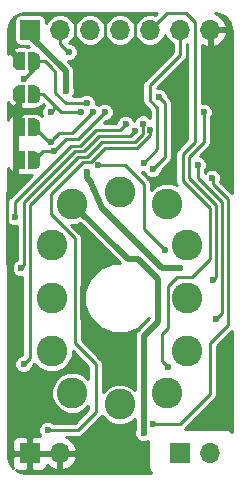
<source format=gbl>
G04 #@! TF.GenerationSoftware,KiCad,Pcbnew,(5.0.2)-1*
G04 #@! TF.CreationDate,2018-12-23T17:42:09+09:00*
G04 #@! TF.ProjectId,Nixie_Module_IN-12,4e697869-655f-44d6-9f64-756c655f494e,rev?*
G04 #@! TF.SameCoordinates,Original*
G04 #@! TF.FileFunction,Copper,L2,Bot*
G04 #@! TF.FilePolarity,Positive*
%FSLAX46Y46*%
G04 Gerber Fmt 4.6, Leading zero omitted, Abs format (unit mm)*
G04 Created by KiCad (PCBNEW (5.0.2)-1) date 2018/12/23 17:42:09*
%MOMM*%
%LPD*%
G01*
G04 APERTURE LIST*
G04 #@! TA.AperFunction,ComponentPad*
%ADD10C,2.600000*%
G04 #@! TD*
G04 #@! TA.AperFunction,ComponentPad*
%ADD11R,1.700000X1.700000*%
G04 #@! TD*
G04 #@! TA.AperFunction,ComponentPad*
%ADD12O,1.700000X1.700000*%
G04 #@! TD*
G04 #@! TA.AperFunction,SMDPad,CuDef*
%ADD13C,0.500000*%
G04 #@! TD*
G04 #@! TA.AperFunction,Conductor*
%ADD14C,0.100000*%
G04 #@! TD*
G04 #@! TA.AperFunction,ViaPad*
%ADD15C,0.600000*%
G04 #@! TD*
G04 #@! TA.AperFunction,Conductor*
%ADD16C,0.500000*%
G04 #@! TD*
G04 #@! TA.AperFunction,Conductor*
%ADD17C,0.250000*%
G04 #@! TD*
G04 #@! TA.AperFunction,Conductor*
%ADD18C,0.254000*%
G04 #@! TD*
G04 APERTURE END LIST*
D10*
G04 #@! TO.P,U2,12*
G04 #@! TO.N,/NIX_DP*
X79248000Y-77868000D03*
G04 #@! TO.P,U2,11*
G04 #@! TO.N,/NIX_0*
X83248000Y-78868000D03*
G04 #@! TO.P,U2,10*
G04 #@! TO.N,/NIX_9*
X84998000Y-82368000D03*
G04 #@! TO.P,U2,9*
G04 #@! TO.N,/NIX_8*
X84998000Y-86868000D03*
G04 #@! TO.P,U2,8*
G04 #@! TO.N,/NIX_7*
X84998000Y-91368000D03*
G04 #@! TO.P,U2,7*
G04 #@! TO.N,/NIX_6*
X83248000Y-94868000D03*
G04 #@! TO.P,U2,6*
G04 #@! TO.N,/NIX_5*
X79248000Y-95868000D03*
G04 #@! TO.P,U2,5*
G04 #@! TO.N,/NIX_4*
X75248000Y-94868000D03*
G04 #@! TO.P,U2,4*
G04 #@! TO.N,/NIX_3*
X73498000Y-91368000D03*
G04 #@! TO.P,U2,3*
G04 #@! TO.N,/NIX_2*
X73498000Y-86868000D03*
G04 #@! TO.P,U2,2*
G04 #@! TO.N,/NIX_1*
X73498000Y-82368000D03*
G04 #@! TO.P,U2,1*
G04 #@! TO.N,Net-(R1-Pad2)*
X75248000Y-78868000D03*
G04 #@! TD*
D11*
G04 #@! TO.P,J4,1*
G04 #@! TO.N,GND*
X71628000Y-100012500D03*
D12*
G04 #@! TO.P,J4,2*
X74168000Y-100012500D03*
G04 #@! TD*
D11*
G04 #@! TO.P,J3,1*
G04 #@! TO.N,+HV*
X84328000Y-100012500D03*
D12*
G04 #@! TO.P,J3,2*
X86868000Y-100012500D03*
G04 #@! TD*
D11*
G04 #@! TO.P,J1,1*
G04 #@! TO.N,+5V*
X71678800Y-64160400D03*
D12*
G04 #@! TO.P,J1,2*
G04 #@! TO.N,/I2C_SDA*
X74218800Y-64160400D03*
G04 #@! TO.P,J1,3*
G04 #@! TO.N,/I2C_SCL*
X76758800Y-64160400D03*
G04 #@! TO.P,J1,4*
G04 #@! TO.N,/#OE*
X79298800Y-64160400D03*
G04 #@! TO.P,J1,5*
G04 #@! TO.N,/LED_DIN*
X81838800Y-64160400D03*
G04 #@! TO.P,J1,6*
G04 #@! TO.N,/LED_DOUT*
X84378800Y-64160400D03*
G04 #@! TO.P,J1,7*
G04 #@! TO.N,GND*
X86918800Y-64160400D03*
G04 #@! TD*
D13*
G04 #@! TO.P,JP1,2*
G04 #@! TO.N,GND*
X70724000Y-66802000D03*
D14*
G04 #@! TD*
G04 #@! TO.N,GND*
G04 #@! TO.C,JP1*
G36*
X70724000Y-67551398D02*
X70699466Y-67551398D01*
X70650635Y-67546588D01*
X70602510Y-67537016D01*
X70555555Y-67522772D01*
X70510222Y-67503995D01*
X70466949Y-67480864D01*
X70426150Y-67453604D01*
X70388221Y-67422476D01*
X70353524Y-67387779D01*
X70322396Y-67349850D01*
X70295136Y-67309051D01*
X70272005Y-67265778D01*
X70253228Y-67220445D01*
X70238984Y-67173490D01*
X70229412Y-67125365D01*
X70224602Y-67076534D01*
X70224602Y-67052000D01*
X70224000Y-67052000D01*
X70224000Y-66552000D01*
X70224602Y-66552000D01*
X70224602Y-66527466D01*
X70229412Y-66478635D01*
X70238984Y-66430510D01*
X70253228Y-66383555D01*
X70272005Y-66338222D01*
X70295136Y-66294949D01*
X70322396Y-66254150D01*
X70353524Y-66216221D01*
X70388221Y-66181524D01*
X70426150Y-66150396D01*
X70466949Y-66123136D01*
X70510222Y-66100005D01*
X70555555Y-66081228D01*
X70602510Y-66066984D01*
X70650635Y-66057412D01*
X70699466Y-66052602D01*
X70724000Y-66052602D01*
X70724000Y-66052000D01*
X71224000Y-66052000D01*
X71224000Y-67552000D01*
X70724000Y-67552000D01*
X70724000Y-67551398D01*
X70724000Y-67551398D01*
G37*
D13*
G04 #@! TO.P,JP1,1*
G04 #@! TO.N,/ADDR_0*
X72024000Y-66802000D03*
D14*
G04 #@! TD*
G04 #@! TO.N,/ADDR_0*
G04 #@! TO.C,JP1*
G36*
X71524000Y-66052000D02*
X72024000Y-66052000D01*
X72024000Y-66052602D01*
X72048534Y-66052602D01*
X72097365Y-66057412D01*
X72145490Y-66066984D01*
X72192445Y-66081228D01*
X72237778Y-66100005D01*
X72281051Y-66123136D01*
X72321850Y-66150396D01*
X72359779Y-66181524D01*
X72394476Y-66216221D01*
X72425604Y-66254150D01*
X72452864Y-66294949D01*
X72475995Y-66338222D01*
X72494772Y-66383555D01*
X72509016Y-66430510D01*
X72518588Y-66478635D01*
X72523398Y-66527466D01*
X72523398Y-66552000D01*
X72524000Y-66552000D01*
X72524000Y-67052000D01*
X72523398Y-67052000D01*
X72523398Y-67076534D01*
X72518588Y-67125365D01*
X72509016Y-67173490D01*
X72494772Y-67220445D01*
X72475995Y-67265778D01*
X72452864Y-67309051D01*
X72425604Y-67349850D01*
X72394476Y-67387779D01*
X72359779Y-67422476D01*
X72321850Y-67453604D01*
X72281051Y-67480864D01*
X72237778Y-67503995D01*
X72192445Y-67522772D01*
X72145490Y-67537016D01*
X72097365Y-67546588D01*
X72048534Y-67551398D01*
X72024000Y-67551398D01*
X72024000Y-67552000D01*
X71524000Y-67552000D01*
X71524000Y-66052000D01*
X71524000Y-66052000D01*
G37*
D13*
G04 #@! TO.P,JP2,1*
G04 #@! TO.N,/ADDR_1*
X72024000Y-69596000D03*
D14*
G04 #@! TD*
G04 #@! TO.N,/ADDR_1*
G04 #@! TO.C,JP2*
G36*
X71524000Y-68846000D02*
X72024000Y-68846000D01*
X72024000Y-68846602D01*
X72048534Y-68846602D01*
X72097365Y-68851412D01*
X72145490Y-68860984D01*
X72192445Y-68875228D01*
X72237778Y-68894005D01*
X72281051Y-68917136D01*
X72321850Y-68944396D01*
X72359779Y-68975524D01*
X72394476Y-69010221D01*
X72425604Y-69048150D01*
X72452864Y-69088949D01*
X72475995Y-69132222D01*
X72494772Y-69177555D01*
X72509016Y-69224510D01*
X72518588Y-69272635D01*
X72523398Y-69321466D01*
X72523398Y-69346000D01*
X72524000Y-69346000D01*
X72524000Y-69846000D01*
X72523398Y-69846000D01*
X72523398Y-69870534D01*
X72518588Y-69919365D01*
X72509016Y-69967490D01*
X72494772Y-70014445D01*
X72475995Y-70059778D01*
X72452864Y-70103051D01*
X72425604Y-70143850D01*
X72394476Y-70181779D01*
X72359779Y-70216476D01*
X72321850Y-70247604D01*
X72281051Y-70274864D01*
X72237778Y-70297995D01*
X72192445Y-70316772D01*
X72145490Y-70331016D01*
X72097365Y-70340588D01*
X72048534Y-70345398D01*
X72024000Y-70345398D01*
X72024000Y-70346000D01*
X71524000Y-70346000D01*
X71524000Y-68846000D01*
X71524000Y-68846000D01*
G37*
D13*
G04 #@! TO.P,JP2,2*
G04 #@! TO.N,GND*
X70724000Y-69596000D03*
D14*
G04 #@! TD*
G04 #@! TO.N,GND*
G04 #@! TO.C,JP2*
G36*
X70724000Y-70345398D02*
X70699466Y-70345398D01*
X70650635Y-70340588D01*
X70602510Y-70331016D01*
X70555555Y-70316772D01*
X70510222Y-70297995D01*
X70466949Y-70274864D01*
X70426150Y-70247604D01*
X70388221Y-70216476D01*
X70353524Y-70181779D01*
X70322396Y-70143850D01*
X70295136Y-70103051D01*
X70272005Y-70059778D01*
X70253228Y-70014445D01*
X70238984Y-69967490D01*
X70229412Y-69919365D01*
X70224602Y-69870534D01*
X70224602Y-69846000D01*
X70224000Y-69846000D01*
X70224000Y-69346000D01*
X70224602Y-69346000D01*
X70224602Y-69321466D01*
X70229412Y-69272635D01*
X70238984Y-69224510D01*
X70253228Y-69177555D01*
X70272005Y-69132222D01*
X70295136Y-69088949D01*
X70322396Y-69048150D01*
X70353524Y-69010221D01*
X70388221Y-68975524D01*
X70426150Y-68944396D01*
X70466949Y-68917136D01*
X70510222Y-68894005D01*
X70555555Y-68875228D01*
X70602510Y-68860984D01*
X70650635Y-68851412D01*
X70699466Y-68846602D01*
X70724000Y-68846602D01*
X70724000Y-68846000D01*
X71224000Y-68846000D01*
X71224000Y-70346000D01*
X70724000Y-70346000D01*
X70724000Y-70345398D01*
X70724000Y-70345398D01*
G37*
D13*
G04 #@! TO.P,JP4,2*
G04 #@! TO.N,GND*
X70724000Y-75184000D03*
D14*
G04 #@! TD*
G04 #@! TO.N,GND*
G04 #@! TO.C,JP4*
G36*
X70724000Y-75933398D02*
X70699466Y-75933398D01*
X70650635Y-75928588D01*
X70602510Y-75919016D01*
X70555555Y-75904772D01*
X70510222Y-75885995D01*
X70466949Y-75862864D01*
X70426150Y-75835604D01*
X70388221Y-75804476D01*
X70353524Y-75769779D01*
X70322396Y-75731850D01*
X70295136Y-75691051D01*
X70272005Y-75647778D01*
X70253228Y-75602445D01*
X70238984Y-75555490D01*
X70229412Y-75507365D01*
X70224602Y-75458534D01*
X70224602Y-75434000D01*
X70224000Y-75434000D01*
X70224000Y-74934000D01*
X70224602Y-74934000D01*
X70224602Y-74909466D01*
X70229412Y-74860635D01*
X70238984Y-74812510D01*
X70253228Y-74765555D01*
X70272005Y-74720222D01*
X70295136Y-74676949D01*
X70322396Y-74636150D01*
X70353524Y-74598221D01*
X70388221Y-74563524D01*
X70426150Y-74532396D01*
X70466949Y-74505136D01*
X70510222Y-74482005D01*
X70555555Y-74463228D01*
X70602510Y-74448984D01*
X70650635Y-74439412D01*
X70699466Y-74434602D01*
X70724000Y-74434602D01*
X70724000Y-74434000D01*
X71224000Y-74434000D01*
X71224000Y-75934000D01*
X70724000Y-75934000D01*
X70724000Y-75933398D01*
X70724000Y-75933398D01*
G37*
D13*
G04 #@! TO.P,JP4,1*
G04 #@! TO.N,/ADDR_3*
X72024000Y-75184000D03*
D14*
G04 #@! TD*
G04 #@! TO.N,/ADDR_3*
G04 #@! TO.C,JP4*
G36*
X71524000Y-74434000D02*
X72024000Y-74434000D01*
X72024000Y-74434602D01*
X72048534Y-74434602D01*
X72097365Y-74439412D01*
X72145490Y-74448984D01*
X72192445Y-74463228D01*
X72237778Y-74482005D01*
X72281051Y-74505136D01*
X72321850Y-74532396D01*
X72359779Y-74563524D01*
X72394476Y-74598221D01*
X72425604Y-74636150D01*
X72452864Y-74676949D01*
X72475995Y-74720222D01*
X72494772Y-74765555D01*
X72509016Y-74812510D01*
X72518588Y-74860635D01*
X72523398Y-74909466D01*
X72523398Y-74934000D01*
X72524000Y-74934000D01*
X72524000Y-75434000D01*
X72523398Y-75434000D01*
X72523398Y-75458534D01*
X72518588Y-75507365D01*
X72509016Y-75555490D01*
X72494772Y-75602445D01*
X72475995Y-75647778D01*
X72452864Y-75691051D01*
X72425604Y-75731850D01*
X72394476Y-75769779D01*
X72359779Y-75804476D01*
X72321850Y-75835604D01*
X72281051Y-75862864D01*
X72237778Y-75885995D01*
X72192445Y-75904772D01*
X72145490Y-75919016D01*
X72097365Y-75928588D01*
X72048534Y-75933398D01*
X72024000Y-75933398D01*
X72024000Y-75934000D01*
X71524000Y-75934000D01*
X71524000Y-74434000D01*
X71524000Y-74434000D01*
G37*
D13*
G04 #@! TO.P,JP3,1*
G04 #@! TO.N,/ADDR_2*
X72024000Y-72390000D03*
D14*
G04 #@! TD*
G04 #@! TO.N,/ADDR_2*
G04 #@! TO.C,JP3*
G36*
X71524000Y-71640000D02*
X72024000Y-71640000D01*
X72024000Y-71640602D01*
X72048534Y-71640602D01*
X72097365Y-71645412D01*
X72145490Y-71654984D01*
X72192445Y-71669228D01*
X72237778Y-71688005D01*
X72281051Y-71711136D01*
X72321850Y-71738396D01*
X72359779Y-71769524D01*
X72394476Y-71804221D01*
X72425604Y-71842150D01*
X72452864Y-71882949D01*
X72475995Y-71926222D01*
X72494772Y-71971555D01*
X72509016Y-72018510D01*
X72518588Y-72066635D01*
X72523398Y-72115466D01*
X72523398Y-72140000D01*
X72524000Y-72140000D01*
X72524000Y-72640000D01*
X72523398Y-72640000D01*
X72523398Y-72664534D01*
X72518588Y-72713365D01*
X72509016Y-72761490D01*
X72494772Y-72808445D01*
X72475995Y-72853778D01*
X72452864Y-72897051D01*
X72425604Y-72937850D01*
X72394476Y-72975779D01*
X72359779Y-73010476D01*
X72321850Y-73041604D01*
X72281051Y-73068864D01*
X72237778Y-73091995D01*
X72192445Y-73110772D01*
X72145490Y-73125016D01*
X72097365Y-73134588D01*
X72048534Y-73139398D01*
X72024000Y-73139398D01*
X72024000Y-73140000D01*
X71524000Y-73140000D01*
X71524000Y-71640000D01*
X71524000Y-71640000D01*
G37*
D13*
G04 #@! TO.P,JP3,2*
G04 #@! TO.N,GND*
X70724000Y-72390000D03*
D14*
G04 #@! TD*
G04 #@! TO.N,GND*
G04 #@! TO.C,JP3*
G36*
X70724000Y-73139398D02*
X70699466Y-73139398D01*
X70650635Y-73134588D01*
X70602510Y-73125016D01*
X70555555Y-73110772D01*
X70510222Y-73091995D01*
X70466949Y-73068864D01*
X70426150Y-73041604D01*
X70388221Y-73010476D01*
X70353524Y-72975779D01*
X70322396Y-72937850D01*
X70295136Y-72897051D01*
X70272005Y-72853778D01*
X70253228Y-72808445D01*
X70238984Y-72761490D01*
X70229412Y-72713365D01*
X70224602Y-72664534D01*
X70224602Y-72640000D01*
X70224000Y-72640000D01*
X70224000Y-72140000D01*
X70224602Y-72140000D01*
X70224602Y-72115466D01*
X70229412Y-72066635D01*
X70238984Y-72018510D01*
X70253228Y-71971555D01*
X70272005Y-71926222D01*
X70295136Y-71882949D01*
X70322396Y-71842150D01*
X70353524Y-71804221D01*
X70388221Y-71769524D01*
X70426150Y-71738396D01*
X70466949Y-71711136D01*
X70510222Y-71688005D01*
X70555555Y-71669228D01*
X70602510Y-71654984D01*
X70650635Y-71645412D01*
X70699466Y-71640602D01*
X70724000Y-71640602D01*
X70724000Y-71640000D01*
X71224000Y-71640000D01*
X71224000Y-73140000D01*
X70724000Y-73140000D01*
X70724000Y-73139398D01*
X70724000Y-73139398D01*
G37*
D15*
G04 #@! TO.N,+5V*
X84328000Y-84328000D03*
X74676000Y-69342000D03*
X76454000Y-76200000D03*
G04 #@! TO.N,GND*
X70104000Y-64516000D03*
X70866000Y-89408000D03*
X70065997Y-84328000D03*
X70104000Y-77470000D03*
X83820000Y-72644000D03*
X75438000Y-62992000D03*
X80518000Y-62992000D03*
X77978000Y-62992000D03*
X82804010Y-76708000D03*
X88392000Y-96520000D03*
X88392000Y-93472000D03*
X86868000Y-75692000D03*
X78232000Y-83566000D03*
X71120000Y-71120000D03*
X79248000Y-91948000D03*
X73152000Y-93980000D03*
X70104000Y-91694000D03*
X80010000Y-100838000D03*
X79248000Y-90424000D03*
X79248000Y-93273002D03*
X76454000Y-89916000D03*
X87884000Y-72644000D03*
X88646000Y-90170000D03*
X84582000Y-67310000D03*
X79756000Y-67056000D03*
X77470000Y-70358000D03*
X77978000Y-66040010D03*
X83820000Y-76962000D03*
X79248000Y-71120000D03*
X79248000Y-98298000D03*
X79756000Y-99314000D03*
G04 #@! TO.N,/I2C_SDA*
X74930000Y-66040000D03*
G04 #@! TO.N,/NIX_6_G*
X82042000Y-97536000D03*
X87083988Y-76708000D03*
G04 #@! TO.N,/NIX_2_G*
X70358000Y-80010000D03*
X79756008Y-72136000D03*
G04 #@! TO.N,/NIX_7_G*
X85852000Y-75574990D03*
X87376000Y-88646000D03*
G04 #@! TO.N,/NIX_3_G*
X70866000Y-84328000D03*
X80575694Y-72701694D03*
G04 #@! TO.N,/NIX_8_G*
X87126000Y-85344000D03*
X86360000Y-71120000D03*
G04 #@! TO.N,/NIX_4_G*
X81222313Y-72078313D03*
X71120000Y-92456000D03*
G04 #@! TO.N,/NIX_5_G*
X81825705Y-72644000D03*
X73152000Y-98044000D03*
G04 #@! TO.N,/NIX_0_G*
X83058000Y-82804000D03*
X77409051Y-75631051D03*
G04 #@! TO.N,Net-(R1-Pad2)*
X81280014Y-98298000D03*
G04 #@! TO.N,/ADDR_0*
X76454000Y-70358000D03*
X71120000Y-68326000D03*
G04 #@! TO.N,/ADDR_1*
X75946000Y-71120000D03*
X73406000Y-71120000D03*
G04 #@! TO.N,/ADDR_2*
X76962000Y-71120000D03*
X73406000Y-73621987D03*
G04 #@! TO.N,/ADDR_3*
X77978000Y-71120000D03*
X73659988Y-74422000D03*
G04 #@! TO.N,/LED_DIN*
X83312000Y-92710000D03*
G04 #@! TO.N,/LED_DOUT*
X81280000Y-75438000D03*
G04 #@! TO.N,/NIX_DP_G*
X82550000Y-69850000D03*
X82042000Y-75946000D03*
G04 #@! TD*
D16*
G04 #@! TO.N,+5V*
X71678800Y-64660804D02*
X74676000Y-67658004D01*
X74676000Y-67658004D02*
X74676000Y-68917736D01*
X71678800Y-64566800D02*
X71678800Y-64660804D01*
X74676000Y-68917736D02*
X74676000Y-69342000D01*
X84328000Y-84328000D02*
X82804000Y-84328000D01*
X82804000Y-84328000D02*
X77724000Y-79248000D01*
X77724000Y-79248000D02*
X76708000Y-76962000D01*
X76454000Y-76708000D02*
X76454000Y-76624264D01*
X76708000Y-76962000D02*
X76454000Y-76708000D01*
X76454000Y-76624264D02*
X76454000Y-76200000D01*
D17*
G04 #@! TO.N,GND*
X70470000Y-76312000D02*
X70470000Y-75692000D01*
X87122000Y-74168000D02*
X86360000Y-74930000D01*
X87122000Y-65565681D02*
X87122000Y-74168000D01*
X86918800Y-64160400D02*
X86918800Y-65362481D01*
X86918800Y-65362481D02*
X87122000Y-65565681D01*
X70866000Y-88983736D02*
X70104000Y-88221736D01*
X70866000Y-89408000D02*
X70866000Y-88983736D01*
X70104000Y-88221736D02*
X70104000Y-84366003D01*
X70104000Y-84366003D02*
X70065997Y-84328000D01*
X69732999Y-83995002D02*
X69732999Y-77841001D01*
X70065997Y-84328000D02*
X69732999Y-83995002D01*
X69732999Y-77841001D02*
X70104000Y-77470000D01*
X83820000Y-72644000D02*
X84119999Y-72943999D01*
X84119999Y-72943999D02*
X84582000Y-73406000D01*
X84582000Y-73406000D02*
X84836000Y-73406000D01*
D16*
X70470000Y-77104000D02*
X70104000Y-77470000D01*
X70470000Y-75692000D02*
X70470000Y-77104000D01*
D17*
X80518000Y-62992000D02*
X80518000Y-66548000D01*
X77978000Y-62992000D02*
X77978000Y-66472000D01*
X80518000Y-66548000D02*
X80518000Y-69596000D01*
X80518000Y-69596000D02*
X78994000Y-69596000D01*
X83820000Y-72644000D02*
X83820000Y-75692010D01*
X83820000Y-75692010D02*
X83104009Y-76408001D01*
X83104009Y-76408001D02*
X82804010Y-76708000D01*
X88392000Y-96520000D02*
X88392000Y-95504000D01*
D16*
X70612000Y-66548000D02*
X70470000Y-66690000D01*
X70104000Y-64516000D02*
X70104000Y-66040000D01*
X70104000Y-66040000D02*
X70612000Y-66548000D01*
X70724000Y-70500000D02*
X70724000Y-69596000D01*
X70820001Y-70820001D02*
X70612000Y-70612000D01*
X71120000Y-71120000D02*
X70820001Y-70820001D01*
X70470000Y-70754000D02*
X70612000Y-70612000D01*
X70612000Y-70612000D02*
X70724000Y-70500000D01*
X70470000Y-71345736D02*
X70470000Y-71374000D01*
X70695736Y-71120000D02*
X70470000Y-71345736D01*
X71120000Y-71120000D02*
X70695736Y-71120000D01*
X70470000Y-75692000D02*
X70470000Y-71374000D01*
X70470000Y-71374000D02*
X70470000Y-70754000D01*
D17*
X78948001Y-91648001D02*
X79248000Y-91948000D01*
X78232000Y-83566000D02*
X75946000Y-85852000D01*
X75946000Y-85852000D02*
X75946000Y-88646000D01*
X75946000Y-88646000D02*
X78948001Y-91648001D01*
X88392000Y-95504000D02*
X88392000Y-93472000D01*
X79756000Y-67056000D02*
X79580555Y-67231445D01*
X77902000Y-66548000D02*
X79248000Y-66548000D01*
X80518000Y-66548000D02*
X80264000Y-66548000D01*
X80264000Y-66548000D02*
X79756000Y-67056000D01*
X79580555Y-67231445D02*
X79483421Y-67231445D01*
X79248000Y-66548000D02*
X79756000Y-67056000D01*
X75438000Y-63416264D02*
X75438000Y-62992000D01*
X75438000Y-64770000D02*
X75438000Y-63416264D01*
X77902000Y-66548000D02*
X77216000Y-66548000D01*
X77216000Y-66548000D02*
X75438000Y-64770000D01*
X77769999Y-70058001D02*
X77470000Y-70358000D01*
X78232000Y-69596000D02*
X77769999Y-70058001D01*
X78994000Y-69596000D02*
X78232000Y-69596000D01*
X77902000Y-66548000D02*
X77978000Y-66472000D01*
X77978000Y-66472000D02*
X77978000Y-66040010D01*
X70724000Y-71516000D02*
X71120000Y-71120000D01*
X70724000Y-72390000D02*
X70724000Y-71516000D01*
X78994000Y-70866000D02*
X79248000Y-71120000D01*
X78994000Y-69596000D02*
X78994000Y-70866000D01*
G04 #@! TO.N,/I2C_SDA*
X74218800Y-65362481D02*
X74896319Y-66040000D01*
X74218800Y-64160400D02*
X74218800Y-65362481D01*
X74896319Y-66040000D02*
X74930000Y-66040000D01*
G04 #@! TO.N,/NIX_6_G*
X82042000Y-97536000D02*
X84328000Y-97536000D01*
X88392000Y-89154000D02*
X88392000Y-78486000D01*
X88392000Y-78486000D02*
X87122000Y-77216000D01*
X87122000Y-76708000D02*
X87083988Y-76708000D01*
X84328000Y-97536000D02*
X86868000Y-94996000D01*
X86868000Y-90678000D02*
X88392000Y-89154000D01*
X87122000Y-77216000D02*
X87122000Y-76708000D01*
X86868000Y-94996000D02*
X86868000Y-90678000D01*
G04 #@! TO.N,/NIX_2_G*
X79248008Y-72644000D02*
X79756008Y-72136000D01*
X77216000Y-72644000D02*
X79248008Y-72644000D01*
X75889035Y-73970965D02*
X77216000Y-72644000D01*
X75127035Y-73970965D02*
X75889035Y-73970965D01*
X70358000Y-80010000D02*
X70358000Y-78740000D01*
X70358000Y-78740000D02*
X75127035Y-73970965D01*
G04 #@! TO.N,/NIX_7_G*
X85852000Y-75574990D02*
X85852000Y-76708000D01*
X87884000Y-88138000D02*
X87675999Y-88346001D01*
X87675999Y-88346001D02*
X87376000Y-88646000D01*
X87884000Y-78740000D02*
X87884000Y-88138000D01*
X85852000Y-76708000D02*
X87884000Y-78740000D01*
G04 #@! TO.N,/NIX_3_G*
X71165999Y-78694001D02*
X75439024Y-74420976D01*
X77470000Y-73152000D02*
X80125388Y-73152000D01*
X80125388Y-73152000D02*
X80275695Y-73001693D01*
X70866000Y-84328000D02*
X71165999Y-84028001D01*
X80275695Y-73001693D02*
X80575694Y-72701694D01*
X76201024Y-74420976D02*
X77470000Y-73152000D01*
X75439024Y-74420976D02*
X76201024Y-74420976D01*
X71165999Y-84028001D02*
X71165999Y-78694001D01*
G04 #@! TO.N,/NIX_8_G*
X86360000Y-71544264D02*
X86360000Y-71120000D01*
X87376000Y-85094000D02*
X87376000Y-78994000D01*
X87126000Y-85344000D02*
X87376000Y-85094000D01*
X87376000Y-78994000D02*
X85090000Y-76708000D01*
X85090000Y-76708000D02*
X85090000Y-74930000D01*
X85090000Y-74930000D02*
X86360000Y-73660000D01*
X86360000Y-73660000D02*
X86360000Y-71544264D01*
G04 #@! TO.N,/NIX_4_G*
X81200696Y-73001696D02*
X80542392Y-73660000D01*
X71628000Y-78994000D02*
X71628000Y-91948000D01*
X76513013Y-74870987D02*
X75751013Y-74870987D01*
X71419999Y-92156001D02*
X71120000Y-92456000D01*
X80542392Y-73660000D02*
X77724000Y-73660000D01*
X75751013Y-74870987D02*
X71628000Y-78994000D01*
X81222313Y-72078313D02*
X81200696Y-72099930D01*
X77724000Y-73660000D02*
X76513013Y-74870987D01*
X71628000Y-91948000D02*
X71419999Y-92156001D01*
X81200696Y-72099930D02*
X81200696Y-73001696D01*
G04 #@! TO.N,/NIX_5_G*
X75692000Y-98044000D02*
X77216000Y-96520000D01*
X77216000Y-92456000D02*
X75438000Y-90678000D01*
X77978000Y-74168000D02*
X80725969Y-74168000D01*
X73406000Y-78068996D02*
X76153998Y-75320998D01*
X75438000Y-90678000D02*
X75438000Y-81788000D01*
X81825705Y-73068264D02*
X81825705Y-72644000D01*
X80725969Y-74168000D02*
X81825705Y-73068264D01*
X75438000Y-81788000D02*
X73406000Y-79756000D01*
X77216000Y-96520000D02*
X77216000Y-92456000D01*
X76825002Y-75320998D02*
X77978000Y-74168000D01*
X76153998Y-75320998D02*
X76825002Y-75320998D01*
X73406000Y-79756000D02*
X73406000Y-78068996D01*
X73152000Y-98044000D02*
X75692000Y-98044000D01*
G04 #@! TO.N,/NIX_0_G*
X79695051Y-75631051D02*
X77833315Y-75631051D01*
X83058000Y-82804000D02*
X81280000Y-81026000D01*
X77833315Y-75631051D02*
X77409051Y-75631051D01*
X81280000Y-77216000D02*
X79695051Y-75631051D01*
X81280000Y-81026000D02*
X81280000Y-77216000D01*
D16*
G04 #@! TO.N,Net-(R1-Pad2)*
X81280014Y-97873736D02*
X81280014Y-98298000D01*
X79946000Y-83566000D02*
X80772000Y-83566000D01*
X75248000Y-78868000D02*
X79946000Y-83566000D01*
X80772000Y-83566000D02*
X82482989Y-85276989D01*
X82482989Y-85276989D02*
X82482989Y-88884181D01*
X82482989Y-88884181D02*
X81280014Y-90087156D01*
X81280014Y-90087156D02*
X81280014Y-97873736D01*
D17*
G04 #@! TO.N,/ADDR_0*
X74676000Y-70358000D02*
X76454000Y-70358000D01*
X73800991Y-69482991D02*
X74676000Y-70358000D01*
X73800991Y-67704991D02*
X73800991Y-69482991D01*
X72024000Y-66802000D02*
X72898000Y-66802000D01*
X73406000Y-67310000D02*
X73800991Y-67704991D01*
X72898000Y-66802000D02*
X73406000Y-67310000D01*
X72024000Y-67422000D02*
X72024000Y-66802000D01*
X71628000Y-67818000D02*
X71628000Y-67564000D01*
X71628000Y-67818000D02*
X72024000Y-67422000D01*
X71120000Y-68326000D02*
X71628000Y-67818000D01*
G04 #@! TO.N,/ADDR_1*
X75521736Y-71120000D02*
X75946000Y-71120000D01*
X72024000Y-69596000D02*
X72769590Y-69596000D01*
X74293590Y-71120000D02*
X75521736Y-71120000D01*
X72769590Y-69596000D02*
X73406000Y-70232410D01*
X73705999Y-70691591D02*
X73785590Y-70612000D01*
X73705999Y-70820001D02*
X73705999Y-70691591D01*
X73406000Y-71120000D02*
X73705999Y-70820001D01*
X73406000Y-70232410D02*
X73785590Y-70612000D01*
X73785590Y-70612000D02*
X74293590Y-71120000D01*
G04 #@! TO.N,/ADDR_2*
X75184000Y-72898000D02*
X74129987Y-72898000D01*
X73705999Y-73321988D02*
X73406000Y-73621987D01*
X76962000Y-71120000D02*
X75184000Y-72898000D01*
X74129987Y-72898000D02*
X73705999Y-73321988D01*
X73255987Y-73621987D02*
X73406000Y-73621987D01*
X72024000Y-72390000D02*
X73255987Y-73621987D01*
G04 #@! TO.N,/ADDR_3*
X74675988Y-73406000D02*
X73959987Y-74122001D01*
X73959987Y-74122001D02*
X73659988Y-74422000D01*
X72786000Y-74422000D02*
X73235724Y-74422000D01*
X75692000Y-73406000D02*
X74675988Y-73406000D01*
X72024000Y-75184000D02*
X72786000Y-74422000D01*
X77978000Y-71120000D02*
X75692000Y-73406000D01*
X73235724Y-74422000D02*
X73659988Y-74422000D01*
G04 #@! TO.N,/LED_DIN*
X82804000Y-89916000D02*
X82804000Y-92202000D01*
X83312000Y-85852000D02*
X83312000Y-89408000D01*
X85344000Y-85090000D02*
X84074000Y-85090000D01*
X86868000Y-83566000D02*
X85344000Y-85090000D01*
X84582000Y-76962000D02*
X86868000Y-79248000D01*
X83261200Y-62738000D02*
X84836000Y-62738000D01*
X81838800Y-64160400D02*
X83261200Y-62738000D01*
X84836000Y-62738000D02*
X85598000Y-63500000D01*
X85598000Y-63500000D02*
X85598000Y-73660000D01*
X83312000Y-89408000D02*
X82804000Y-89916000D01*
X86868000Y-79248000D02*
X86868000Y-83566000D01*
X85598000Y-73660000D02*
X84582000Y-74676000D01*
X82804000Y-92202000D02*
X83312000Y-92710000D01*
X84074000Y-85090000D02*
X83312000Y-85852000D01*
X84582000Y-74676000D02*
X84582000Y-76962000D01*
G04 #@! TO.N,/LED_DOUT*
X84378800Y-66243200D02*
X84378800Y-64160400D01*
X81788000Y-68834000D02*
X84378800Y-66243200D01*
X81788000Y-70104000D02*
X81788000Y-68834000D01*
X82450706Y-70766706D02*
X81788000Y-70104000D01*
X81280000Y-75438000D02*
X82450706Y-74267294D01*
X82450706Y-74267294D02*
X82450706Y-70766706D01*
G04 #@! TO.N,/NIX_DP_G*
X83058000Y-74930000D02*
X82341999Y-75646001D01*
X82341999Y-75646001D02*
X82042000Y-75946000D01*
X82550000Y-69850000D02*
X83058000Y-70358000D01*
X83058000Y-70358000D02*
X83058000Y-74930000D01*
G04 #@! TD*
D18*
G04 #@! TO.N,GND*
G36*
X69917865Y-80668709D02*
X70203445Y-80787000D01*
X70512555Y-80787000D01*
X70564000Y-80765691D01*
X70563999Y-83612074D01*
X70425865Y-83669291D01*
X70207291Y-83887865D01*
X70089000Y-84173445D01*
X70089000Y-84482555D01*
X70207291Y-84768135D01*
X70425865Y-84986709D01*
X70711445Y-85105000D01*
X71020555Y-85105000D01*
X71026000Y-85102744D01*
X71026001Y-91679000D01*
X70965445Y-91679000D01*
X70679865Y-91797291D01*
X70461291Y-92015865D01*
X70343000Y-92301445D01*
X70343000Y-92610555D01*
X70461291Y-92896135D01*
X70679865Y-93114709D01*
X70965445Y-93233000D01*
X71274555Y-93233000D01*
X71560135Y-93114709D01*
X71778709Y-92896135D01*
X71897000Y-92610555D01*
X71897000Y-92530356D01*
X72011755Y-92415601D01*
X72024218Y-92407274D01*
X72491411Y-92874467D01*
X73144533Y-93145000D01*
X73851467Y-93145000D01*
X74504589Y-92874467D01*
X75004467Y-92374589D01*
X75275000Y-91721467D01*
X75275000Y-91366356D01*
X76614001Y-92705358D01*
X76614001Y-93720945D01*
X76254589Y-93361533D01*
X75601467Y-93091000D01*
X74894533Y-93091000D01*
X74241411Y-93361533D01*
X73741533Y-93861411D01*
X73471000Y-94514533D01*
X73471000Y-95221467D01*
X73741533Y-95874589D01*
X74241411Y-96374467D01*
X74894533Y-96645000D01*
X75601467Y-96645000D01*
X76254589Y-96374467D01*
X76614000Y-96015056D01*
X76614000Y-96270644D01*
X75442644Y-97442000D01*
X73648844Y-97442000D01*
X73592135Y-97385291D01*
X73306555Y-97267000D01*
X72997445Y-97267000D01*
X72711865Y-97385291D01*
X72493291Y-97603865D01*
X72375000Y-97889445D01*
X72375000Y-98198555D01*
X72493291Y-98484135D01*
X72536656Y-98527500D01*
X71913750Y-98527500D01*
X71755000Y-98686250D01*
X71755000Y-99885500D01*
X74041000Y-99885500D01*
X74041000Y-99865500D01*
X74295000Y-99865500D01*
X74295000Y-99885500D01*
X75488819Y-99885500D01*
X75609486Y-99655608D01*
X75363183Y-99131142D01*
X74934924Y-98740855D01*
X74705909Y-98646000D01*
X75632717Y-98646000D01*
X75692000Y-98657792D01*
X75751283Y-98646000D01*
X75751288Y-98646000D01*
X75926888Y-98611071D01*
X76126017Y-98478017D01*
X76159601Y-98427755D01*
X77599755Y-96987601D01*
X77650017Y-96954017D01*
X77726821Y-96839072D01*
X77741533Y-96874589D01*
X78241411Y-97374467D01*
X78894533Y-97645000D01*
X79601467Y-97645000D01*
X80254589Y-97374467D01*
X80553015Y-97076041D01*
X80553015Y-97802133D01*
X80553014Y-97802138D01*
X80553014Y-98022734D01*
X80503014Y-98143445D01*
X80503014Y-98452555D01*
X80621305Y-98738135D01*
X80839879Y-98956709D01*
X81125459Y-99075000D01*
X81434569Y-99075000D01*
X81661000Y-98981209D01*
X81661000Y-101346000D01*
X81670667Y-101394601D01*
X81698197Y-101435803D01*
X81923394Y-101661000D01*
X71299548Y-101661000D01*
X70850084Y-101596632D01*
X70471287Y-101424403D01*
X70467648Y-101421267D01*
X70651690Y-101497500D01*
X71342250Y-101497500D01*
X71501000Y-101338750D01*
X71501000Y-100139500D01*
X71755000Y-100139500D01*
X71755000Y-101338750D01*
X71913750Y-101497500D01*
X72604310Y-101497500D01*
X72837699Y-101400827D01*
X73016327Y-101222198D01*
X73103136Y-101012622D01*
X73401076Y-101284145D01*
X73811110Y-101453976D01*
X74041000Y-101332655D01*
X74041000Y-100139500D01*
X74295000Y-100139500D01*
X74295000Y-101332655D01*
X74524890Y-101453976D01*
X74934924Y-101284145D01*
X75363183Y-100893858D01*
X75609486Y-100369392D01*
X75488819Y-100139500D01*
X74295000Y-100139500D01*
X74041000Y-100139500D01*
X71755000Y-100139500D01*
X71501000Y-100139500D01*
X70301750Y-100139500D01*
X70143000Y-100298250D01*
X70143000Y-100988809D01*
X70239673Y-101222198D01*
X70258705Y-101241230D01*
X70156054Y-101152780D01*
X69929724Y-100803596D01*
X69805276Y-100387473D01*
X69789000Y-100168444D01*
X69789000Y-99036191D01*
X70143000Y-99036191D01*
X70143000Y-99726750D01*
X70301750Y-99885500D01*
X71501000Y-99885500D01*
X71501000Y-98686250D01*
X71342250Y-98527500D01*
X70651690Y-98527500D01*
X70418301Y-98624173D01*
X70239673Y-98802802D01*
X70143000Y-99036191D01*
X69789000Y-99036191D01*
X69789000Y-80539844D01*
X69917865Y-80668709D01*
X69917865Y-80668709D01*
G37*
X69917865Y-80668709D02*
X70203445Y-80787000D01*
X70512555Y-80787000D01*
X70564000Y-80765691D01*
X70563999Y-83612074D01*
X70425865Y-83669291D01*
X70207291Y-83887865D01*
X70089000Y-84173445D01*
X70089000Y-84482555D01*
X70207291Y-84768135D01*
X70425865Y-84986709D01*
X70711445Y-85105000D01*
X71020555Y-85105000D01*
X71026000Y-85102744D01*
X71026001Y-91679000D01*
X70965445Y-91679000D01*
X70679865Y-91797291D01*
X70461291Y-92015865D01*
X70343000Y-92301445D01*
X70343000Y-92610555D01*
X70461291Y-92896135D01*
X70679865Y-93114709D01*
X70965445Y-93233000D01*
X71274555Y-93233000D01*
X71560135Y-93114709D01*
X71778709Y-92896135D01*
X71897000Y-92610555D01*
X71897000Y-92530356D01*
X72011755Y-92415601D01*
X72024218Y-92407274D01*
X72491411Y-92874467D01*
X73144533Y-93145000D01*
X73851467Y-93145000D01*
X74504589Y-92874467D01*
X75004467Y-92374589D01*
X75275000Y-91721467D01*
X75275000Y-91366356D01*
X76614001Y-92705358D01*
X76614001Y-93720945D01*
X76254589Y-93361533D01*
X75601467Y-93091000D01*
X74894533Y-93091000D01*
X74241411Y-93361533D01*
X73741533Y-93861411D01*
X73471000Y-94514533D01*
X73471000Y-95221467D01*
X73741533Y-95874589D01*
X74241411Y-96374467D01*
X74894533Y-96645000D01*
X75601467Y-96645000D01*
X76254589Y-96374467D01*
X76614000Y-96015056D01*
X76614000Y-96270644D01*
X75442644Y-97442000D01*
X73648844Y-97442000D01*
X73592135Y-97385291D01*
X73306555Y-97267000D01*
X72997445Y-97267000D01*
X72711865Y-97385291D01*
X72493291Y-97603865D01*
X72375000Y-97889445D01*
X72375000Y-98198555D01*
X72493291Y-98484135D01*
X72536656Y-98527500D01*
X71913750Y-98527500D01*
X71755000Y-98686250D01*
X71755000Y-99885500D01*
X74041000Y-99885500D01*
X74041000Y-99865500D01*
X74295000Y-99865500D01*
X74295000Y-99885500D01*
X75488819Y-99885500D01*
X75609486Y-99655608D01*
X75363183Y-99131142D01*
X74934924Y-98740855D01*
X74705909Y-98646000D01*
X75632717Y-98646000D01*
X75692000Y-98657792D01*
X75751283Y-98646000D01*
X75751288Y-98646000D01*
X75926888Y-98611071D01*
X76126017Y-98478017D01*
X76159601Y-98427755D01*
X77599755Y-96987601D01*
X77650017Y-96954017D01*
X77726821Y-96839072D01*
X77741533Y-96874589D01*
X78241411Y-97374467D01*
X78894533Y-97645000D01*
X79601467Y-97645000D01*
X80254589Y-97374467D01*
X80553015Y-97076041D01*
X80553015Y-97802133D01*
X80553014Y-97802138D01*
X80553014Y-98022734D01*
X80503014Y-98143445D01*
X80503014Y-98452555D01*
X80621305Y-98738135D01*
X80839879Y-98956709D01*
X81125459Y-99075000D01*
X81434569Y-99075000D01*
X81661000Y-98981209D01*
X81661000Y-101346000D01*
X81670667Y-101394601D01*
X81698197Y-101435803D01*
X81923394Y-101661000D01*
X71299548Y-101661000D01*
X70850084Y-101596632D01*
X70471287Y-101424403D01*
X70467648Y-101421267D01*
X70651690Y-101497500D01*
X71342250Y-101497500D01*
X71501000Y-101338750D01*
X71501000Y-100139500D01*
X71755000Y-100139500D01*
X71755000Y-101338750D01*
X71913750Y-101497500D01*
X72604310Y-101497500D01*
X72837699Y-101400827D01*
X73016327Y-101222198D01*
X73103136Y-101012622D01*
X73401076Y-101284145D01*
X73811110Y-101453976D01*
X74041000Y-101332655D01*
X74041000Y-100139500D01*
X74295000Y-100139500D01*
X74295000Y-101332655D01*
X74524890Y-101453976D01*
X74934924Y-101284145D01*
X75363183Y-100893858D01*
X75609486Y-100369392D01*
X75488819Y-100139500D01*
X74295000Y-100139500D01*
X74041000Y-100139500D01*
X71755000Y-100139500D01*
X71501000Y-100139500D01*
X70301750Y-100139500D01*
X70143000Y-100298250D01*
X70143000Y-100988809D01*
X70239673Y-101222198D01*
X70258705Y-101241230D01*
X70156054Y-101152780D01*
X69929724Y-100803596D01*
X69805276Y-100387473D01*
X69789000Y-100168444D01*
X69789000Y-99036191D01*
X70143000Y-99036191D01*
X70143000Y-99726750D01*
X70301750Y-99885500D01*
X71501000Y-99885500D01*
X71501000Y-98686250D01*
X71342250Y-98527500D01*
X70651690Y-98527500D01*
X70418301Y-98624173D01*
X70239673Y-98802802D01*
X70143000Y-99036191D01*
X69789000Y-99036191D01*
X69789000Y-80539844D01*
X69917865Y-80668709D01*
G36*
X88735001Y-98207395D02*
X88481803Y-97954197D01*
X88440601Y-97926667D01*
X88392000Y-97917000D01*
X84798356Y-97917000D01*
X87251755Y-95463601D01*
X87302017Y-95430017D01*
X87435071Y-95230888D01*
X87470000Y-95055288D01*
X87470000Y-95055284D01*
X87481792Y-94996001D01*
X87470000Y-94936718D01*
X87470000Y-90927356D01*
X88735001Y-89662355D01*
X88735001Y-98207395D01*
X88735001Y-98207395D01*
G37*
X88735001Y-98207395D02*
X88481803Y-97954197D01*
X88440601Y-97926667D01*
X88392000Y-97917000D01*
X84798356Y-97917000D01*
X87251755Y-95463601D01*
X87302017Y-95430017D01*
X87435071Y-95230888D01*
X87470000Y-95055288D01*
X87470000Y-95055284D01*
X87481792Y-94996001D01*
X87470000Y-94936718D01*
X87470000Y-90927356D01*
X88735001Y-89662355D01*
X88735001Y-98207395D01*
G36*
X79242867Y-83891000D02*
X78655838Y-83891000D01*
X77561665Y-84344221D01*
X76724221Y-85181665D01*
X76271000Y-86275838D01*
X76271000Y-87460162D01*
X76724221Y-88554335D01*
X77561665Y-89391779D01*
X78655838Y-89845000D01*
X79840162Y-89845000D01*
X80934335Y-89391779D01*
X81755990Y-88570124D01*
X81755990Y-88583047D01*
X80816576Y-89522462D01*
X80755877Y-89563020D01*
X80595196Y-89803496D01*
X80553014Y-90015558D01*
X80553014Y-90015561D01*
X80538773Y-90087156D01*
X80553014Y-90158751D01*
X80553015Y-94659959D01*
X80254589Y-94361533D01*
X79601467Y-94091000D01*
X78894533Y-94091000D01*
X78241411Y-94361533D01*
X77818000Y-94784944D01*
X77818000Y-92515283D01*
X77829792Y-92456000D01*
X77818000Y-92396717D01*
X77818000Y-92396712D01*
X77783071Y-92221112D01*
X77739565Y-92156001D01*
X77683601Y-92072244D01*
X77683599Y-92072242D01*
X77650017Y-92021983D01*
X77599758Y-91988401D01*
X76040000Y-90428644D01*
X76040000Y-81847283D01*
X76051792Y-81788000D01*
X76040000Y-81728717D01*
X76040000Y-81728712D01*
X76005071Y-81553112D01*
X75909283Y-81409755D01*
X75905601Y-81404244D01*
X75905599Y-81404242D01*
X75872017Y-81353983D01*
X75821758Y-81320401D01*
X75146357Y-80645000D01*
X75601467Y-80645000D01*
X75881057Y-80529189D01*
X79242867Y-83891000D01*
X79242867Y-83891000D01*
G37*
X79242867Y-83891000D02*
X78655838Y-83891000D01*
X77561665Y-84344221D01*
X76724221Y-85181665D01*
X76271000Y-86275838D01*
X76271000Y-87460162D01*
X76724221Y-88554335D01*
X77561665Y-89391779D01*
X78655838Y-89845000D01*
X79840162Y-89845000D01*
X80934335Y-89391779D01*
X81755990Y-88570124D01*
X81755990Y-88583047D01*
X80816576Y-89522462D01*
X80755877Y-89563020D01*
X80595196Y-89803496D01*
X80553014Y-90015558D01*
X80553014Y-90015561D01*
X80538773Y-90087156D01*
X80553014Y-90158751D01*
X80553015Y-94659959D01*
X80254589Y-94361533D01*
X79601467Y-94091000D01*
X78894533Y-94091000D01*
X78241411Y-94361533D01*
X77818000Y-94784944D01*
X77818000Y-92515283D01*
X77829792Y-92456000D01*
X77818000Y-92396717D01*
X77818000Y-92396712D01*
X77783071Y-92221112D01*
X77739565Y-92156001D01*
X77683601Y-92072244D01*
X77683599Y-92072242D01*
X77650017Y-92021983D01*
X77599758Y-91988401D01*
X76040000Y-90428644D01*
X76040000Y-81847283D01*
X76051792Y-81788000D01*
X76040000Y-81728717D01*
X76040000Y-81728712D01*
X76005071Y-81553112D01*
X75909283Y-81409755D01*
X75905601Y-81404244D01*
X75905599Y-81404242D01*
X75872017Y-81353983D01*
X75821758Y-81320401D01*
X75146357Y-80645000D01*
X75601467Y-80645000D01*
X75881057Y-80529189D01*
X79242867Y-83891000D01*
G36*
X69804513Y-75867907D02*
X69852378Y-75957457D01*
X69906834Y-76038956D01*
X69971248Y-76117444D01*
X70040556Y-76186752D01*
X70119044Y-76251166D01*
X70200543Y-76305622D01*
X70290093Y-76353487D01*
X70380649Y-76390996D01*
X70477811Y-76420470D01*
X70573944Y-76439592D01*
X70674991Y-76449544D01*
X70711894Y-76449544D01*
X70724000Y-76451952D01*
X71224000Y-76451952D01*
X71422212Y-76412525D01*
X71436544Y-76402949D01*
X71524000Y-76420345D01*
X71826299Y-76420345D01*
X69974243Y-78272401D01*
X69923984Y-78305983D01*
X69890402Y-78356242D01*
X69890399Y-78356245D01*
X69790931Y-78505111D01*
X69790930Y-78505112D01*
X69789000Y-78514815D01*
X69789000Y-75830455D01*
X69804513Y-75867907D01*
X69804513Y-75867907D01*
G37*
X69804513Y-75867907D02*
X69852378Y-75957457D01*
X69906834Y-76038956D01*
X69971248Y-76117444D01*
X70040556Y-76186752D01*
X70119044Y-76251166D01*
X70200543Y-76305622D01*
X70290093Y-76353487D01*
X70380649Y-76390996D01*
X70477811Y-76420470D01*
X70573944Y-76439592D01*
X70674991Y-76449544D01*
X70711894Y-76449544D01*
X70724000Y-76451952D01*
X71224000Y-76451952D01*
X71422212Y-76412525D01*
X71436544Y-76402949D01*
X71524000Y-76420345D01*
X71826299Y-76420345D01*
X69974243Y-78272401D01*
X69923984Y-78305983D01*
X69890402Y-78356242D01*
X69890399Y-78356245D01*
X69790931Y-78505111D01*
X69790930Y-78505112D01*
X69789000Y-78514815D01*
X69789000Y-75830455D01*
X69804513Y-75867907D01*
G36*
X87673914Y-62779367D02*
X88052713Y-62951596D01*
X88367946Y-63223219D01*
X88594276Y-63572403D01*
X88718723Y-63988525D01*
X88735000Y-64207555D01*
X88735000Y-77977643D01*
X87790378Y-77033022D01*
X87860988Y-76862555D01*
X87860988Y-76553445D01*
X87742697Y-76267865D01*
X87524123Y-76049291D01*
X87238543Y-75931000D01*
X86929433Y-75931000D01*
X86643853Y-76049291D01*
X86454000Y-76239144D01*
X86454000Y-76071834D01*
X86510709Y-76015125D01*
X86629000Y-75729545D01*
X86629000Y-75420435D01*
X86510709Y-75134855D01*
X86292135Y-74916281D01*
X86053798Y-74817559D01*
X86743758Y-74127599D01*
X86794017Y-74094017D01*
X86827599Y-74043758D01*
X86827601Y-74043756D01*
X86927070Y-73894890D01*
X86927070Y-73894889D01*
X86927071Y-73894888D01*
X86962000Y-73719288D01*
X86962000Y-73719284D01*
X86973792Y-73660001D01*
X86962000Y-73600718D01*
X86962000Y-71616844D01*
X87018709Y-71560135D01*
X87137000Y-71274555D01*
X87137000Y-70965445D01*
X87018709Y-70679865D01*
X86800135Y-70461291D01*
X86514555Y-70343000D01*
X86205445Y-70343000D01*
X86200000Y-70345255D01*
X86200000Y-65451977D01*
X86561910Y-65601876D01*
X86791800Y-65480555D01*
X86791800Y-64287400D01*
X87045800Y-64287400D01*
X87045800Y-65480555D01*
X87275690Y-65601876D01*
X87685724Y-65432045D01*
X88113983Y-65041758D01*
X88360286Y-64517292D01*
X88239619Y-64287400D01*
X87045800Y-64287400D01*
X86791800Y-64287400D01*
X86771800Y-64287400D01*
X86771800Y-64033400D01*
X86791800Y-64033400D01*
X86791800Y-64013400D01*
X87045800Y-64013400D01*
X87045800Y-64033400D01*
X88239619Y-64033400D01*
X88360286Y-63803508D01*
X88113983Y-63279042D01*
X87685724Y-62888755D01*
X87288285Y-62724141D01*
X87673914Y-62779367D01*
X87673914Y-62779367D01*
G37*
X87673914Y-62779367D02*
X88052713Y-62951596D01*
X88367946Y-63223219D01*
X88594276Y-63572403D01*
X88718723Y-63988525D01*
X88735000Y-64207555D01*
X88735000Y-77977643D01*
X87790378Y-77033022D01*
X87860988Y-76862555D01*
X87860988Y-76553445D01*
X87742697Y-76267865D01*
X87524123Y-76049291D01*
X87238543Y-75931000D01*
X86929433Y-75931000D01*
X86643853Y-76049291D01*
X86454000Y-76239144D01*
X86454000Y-76071834D01*
X86510709Y-76015125D01*
X86629000Y-75729545D01*
X86629000Y-75420435D01*
X86510709Y-75134855D01*
X86292135Y-74916281D01*
X86053798Y-74817559D01*
X86743758Y-74127599D01*
X86794017Y-74094017D01*
X86827599Y-74043758D01*
X86827601Y-74043756D01*
X86927070Y-73894890D01*
X86927070Y-73894889D01*
X86927071Y-73894888D01*
X86962000Y-73719288D01*
X86962000Y-73719284D01*
X86973792Y-73660001D01*
X86962000Y-73600718D01*
X86962000Y-71616844D01*
X87018709Y-71560135D01*
X87137000Y-71274555D01*
X87137000Y-70965445D01*
X87018709Y-70679865D01*
X86800135Y-70461291D01*
X86514555Y-70343000D01*
X86205445Y-70343000D01*
X86200000Y-70345255D01*
X86200000Y-65451977D01*
X86561910Y-65601876D01*
X86791800Y-65480555D01*
X86791800Y-64287400D01*
X87045800Y-64287400D01*
X87045800Y-65480555D01*
X87275690Y-65601876D01*
X87685724Y-65432045D01*
X88113983Y-65041758D01*
X88360286Y-64517292D01*
X88239619Y-64287400D01*
X87045800Y-64287400D01*
X86791800Y-64287400D01*
X86771800Y-64287400D01*
X86771800Y-64033400D01*
X86791800Y-64033400D01*
X86791800Y-64013400D01*
X87045800Y-64013400D01*
X87045800Y-64033400D01*
X88239619Y-64033400D01*
X88360286Y-63803508D01*
X88113983Y-63279042D01*
X87685724Y-62888755D01*
X87288285Y-62724141D01*
X87673914Y-62779367D01*
G36*
X84996001Y-73410642D02*
X84198245Y-74208399D01*
X84147983Y-74241983D01*
X84014929Y-74441113D01*
X83980000Y-74616713D01*
X83980000Y-74616717D01*
X83968208Y-74676000D01*
X83980000Y-74735283D01*
X83980001Y-76902713D01*
X83968208Y-76962000D01*
X83980001Y-77021288D01*
X84009868Y-77171438D01*
X84014930Y-77196888D01*
X84075328Y-77287280D01*
X83601467Y-77091000D01*
X82894533Y-77091000D01*
X82241411Y-77361533D01*
X81882000Y-77720944D01*
X81882000Y-77275282D01*
X81893792Y-77215999D01*
X81882000Y-77156716D01*
X81882000Y-77156712D01*
X81847071Y-76981112D01*
X81846942Y-76980918D01*
X81798168Y-76907924D01*
X81714017Y-76781983D01*
X81663755Y-76748399D01*
X81130356Y-76215000D01*
X81312405Y-76215000D01*
X81383291Y-76386135D01*
X81601865Y-76604709D01*
X81887445Y-76723000D01*
X82196555Y-76723000D01*
X82482135Y-76604709D01*
X82700709Y-76386135D01*
X82819000Y-76100555D01*
X82819000Y-76020356D01*
X83441755Y-75397601D01*
X83492017Y-75364017D01*
X83579080Y-75233718D01*
X83625070Y-75164890D01*
X83625070Y-75164889D01*
X83625071Y-75164888D01*
X83660000Y-74989288D01*
X83660000Y-74989284D01*
X83671792Y-74930001D01*
X83660000Y-74870718D01*
X83660000Y-70417282D01*
X83671792Y-70357999D01*
X83660000Y-70298716D01*
X83660000Y-70298712D01*
X83625071Y-70123112D01*
X83622324Y-70119000D01*
X83560729Y-70026818D01*
X83492017Y-69923983D01*
X83441755Y-69890399D01*
X83327000Y-69775644D01*
X83327000Y-69695445D01*
X83208709Y-69409865D01*
X82990135Y-69191291D01*
X82704555Y-69073000D01*
X82400356Y-69073000D01*
X84762555Y-66710801D01*
X84812817Y-66677217D01*
X84899880Y-66546918D01*
X84945870Y-66478090D01*
X84945870Y-66478089D01*
X84945871Y-66478088D01*
X84980800Y-66302488D01*
X84980800Y-66302484D01*
X84992592Y-66243201D01*
X84980800Y-66183918D01*
X84980800Y-65354125D01*
X84996000Y-65343969D01*
X84996001Y-73410642D01*
X84996001Y-73410642D01*
G37*
X84996001Y-73410642D02*
X84198245Y-74208399D01*
X84147983Y-74241983D01*
X84014929Y-74441113D01*
X83980000Y-74616713D01*
X83980000Y-74616717D01*
X83968208Y-74676000D01*
X83980000Y-74735283D01*
X83980001Y-76902713D01*
X83968208Y-76962000D01*
X83980001Y-77021288D01*
X84009868Y-77171438D01*
X84014930Y-77196888D01*
X84075328Y-77287280D01*
X83601467Y-77091000D01*
X82894533Y-77091000D01*
X82241411Y-77361533D01*
X81882000Y-77720944D01*
X81882000Y-77275282D01*
X81893792Y-77215999D01*
X81882000Y-77156716D01*
X81882000Y-77156712D01*
X81847071Y-76981112D01*
X81846942Y-76980918D01*
X81798168Y-76907924D01*
X81714017Y-76781983D01*
X81663755Y-76748399D01*
X81130356Y-76215000D01*
X81312405Y-76215000D01*
X81383291Y-76386135D01*
X81601865Y-76604709D01*
X81887445Y-76723000D01*
X82196555Y-76723000D01*
X82482135Y-76604709D01*
X82700709Y-76386135D01*
X82819000Y-76100555D01*
X82819000Y-76020356D01*
X83441755Y-75397601D01*
X83492017Y-75364017D01*
X83579080Y-75233718D01*
X83625070Y-75164890D01*
X83625070Y-75164889D01*
X83625071Y-75164888D01*
X83660000Y-74989288D01*
X83660000Y-74989284D01*
X83671792Y-74930001D01*
X83660000Y-74870718D01*
X83660000Y-70417282D01*
X83671792Y-70357999D01*
X83660000Y-70298716D01*
X83660000Y-70298712D01*
X83625071Y-70123112D01*
X83622324Y-70119000D01*
X83560729Y-70026818D01*
X83492017Y-69923983D01*
X83441755Y-69890399D01*
X83327000Y-69775644D01*
X83327000Y-69695445D01*
X83208709Y-69409865D01*
X82990135Y-69191291D01*
X82704555Y-69073000D01*
X82400356Y-69073000D01*
X84762555Y-66710801D01*
X84812817Y-66677217D01*
X84899880Y-66546918D01*
X84945870Y-66478090D01*
X84945870Y-66478089D01*
X84945871Y-66478088D01*
X84980800Y-66302488D01*
X84980800Y-66302484D01*
X84992592Y-66243201D01*
X84980800Y-66183918D01*
X84980800Y-65354125D01*
X84996000Y-65343969D01*
X84996001Y-73410642D01*
G36*
X83128794Y-64678170D02*
X83422087Y-65117113D01*
X83776800Y-65354125D01*
X83776800Y-65993844D01*
X81404243Y-68366401D01*
X81353984Y-68399983D01*
X81320402Y-68450242D01*
X81320399Y-68450245D01*
X81220930Y-68599112D01*
X81174208Y-68834000D01*
X81186001Y-68893287D01*
X81186000Y-70044717D01*
X81174208Y-70104000D01*
X81186000Y-70163283D01*
X81186000Y-70163287D01*
X81220929Y-70338887D01*
X81353983Y-70538017D01*
X81404245Y-70571601D01*
X81848707Y-71016064D01*
X81848707Y-71605863D01*
X81662448Y-71419604D01*
X81376868Y-71301313D01*
X81067758Y-71301313D01*
X80782178Y-71419604D01*
X80563604Y-71638178D01*
X80477213Y-71846744D01*
X80414717Y-71695865D01*
X80196143Y-71477291D01*
X79910563Y-71359000D01*
X79601453Y-71359000D01*
X79315873Y-71477291D01*
X79097299Y-71695865D01*
X78979008Y-71981445D01*
X78979008Y-72042000D01*
X77907357Y-72042000D01*
X78052357Y-71897000D01*
X78132555Y-71897000D01*
X78418135Y-71778709D01*
X78636709Y-71560135D01*
X78755000Y-71274555D01*
X78755000Y-70965445D01*
X78636709Y-70679865D01*
X78418135Y-70461291D01*
X78132555Y-70343000D01*
X77823445Y-70343000D01*
X77537865Y-70461291D01*
X77470000Y-70529156D01*
X77402135Y-70461291D01*
X77231000Y-70390405D01*
X77231000Y-70203445D01*
X77112709Y-69917865D01*
X76894135Y-69699291D01*
X76608555Y-69581000D01*
X76299445Y-69581000D01*
X76013865Y-69699291D01*
X75957156Y-69756000D01*
X75345534Y-69756000D01*
X75453000Y-69496555D01*
X75453000Y-69187445D01*
X75403000Y-69066734D01*
X75403000Y-67729599D01*
X75417241Y-67658004D01*
X75403000Y-67586409D01*
X75403000Y-67586405D01*
X75360818Y-67374343D01*
X75330596Y-67329113D01*
X75240694Y-67194565D01*
X75240692Y-67194563D01*
X75200136Y-67133867D01*
X75139441Y-67093312D01*
X74863129Y-66817000D01*
X75084555Y-66817000D01*
X75370135Y-66698709D01*
X75588709Y-66480135D01*
X75707000Y-66194555D01*
X75707000Y-65885445D01*
X75588709Y-65599865D01*
X75370135Y-65381291D01*
X75084555Y-65263000D01*
X74970675Y-65263000D01*
X74965269Y-65257594D01*
X75175513Y-65117113D01*
X75468806Y-64678170D01*
X75488800Y-64577654D01*
X75508794Y-64678170D01*
X75802087Y-65117113D01*
X76241030Y-65410406D01*
X76628104Y-65487400D01*
X76889496Y-65487400D01*
X77276570Y-65410406D01*
X77715513Y-65117113D01*
X78008806Y-64678170D01*
X78028800Y-64577654D01*
X78048794Y-64678170D01*
X78342087Y-65117113D01*
X78781030Y-65410406D01*
X79168104Y-65487400D01*
X79429496Y-65487400D01*
X79816570Y-65410406D01*
X80255513Y-65117113D01*
X80548806Y-64678170D01*
X80568800Y-64577654D01*
X80588794Y-64678170D01*
X80882087Y-65117113D01*
X81321030Y-65410406D01*
X81708104Y-65487400D01*
X81969496Y-65487400D01*
X82356570Y-65410406D01*
X82795513Y-65117113D01*
X83088806Y-64678170D01*
X83108800Y-64577654D01*
X83128794Y-64678170D01*
X83128794Y-64678170D01*
G37*
X83128794Y-64678170D02*
X83422087Y-65117113D01*
X83776800Y-65354125D01*
X83776800Y-65993844D01*
X81404243Y-68366401D01*
X81353984Y-68399983D01*
X81320402Y-68450242D01*
X81320399Y-68450245D01*
X81220930Y-68599112D01*
X81174208Y-68834000D01*
X81186001Y-68893287D01*
X81186000Y-70044717D01*
X81174208Y-70104000D01*
X81186000Y-70163283D01*
X81186000Y-70163287D01*
X81220929Y-70338887D01*
X81353983Y-70538017D01*
X81404245Y-70571601D01*
X81848707Y-71016064D01*
X81848707Y-71605863D01*
X81662448Y-71419604D01*
X81376868Y-71301313D01*
X81067758Y-71301313D01*
X80782178Y-71419604D01*
X80563604Y-71638178D01*
X80477213Y-71846744D01*
X80414717Y-71695865D01*
X80196143Y-71477291D01*
X79910563Y-71359000D01*
X79601453Y-71359000D01*
X79315873Y-71477291D01*
X79097299Y-71695865D01*
X78979008Y-71981445D01*
X78979008Y-72042000D01*
X77907357Y-72042000D01*
X78052357Y-71897000D01*
X78132555Y-71897000D01*
X78418135Y-71778709D01*
X78636709Y-71560135D01*
X78755000Y-71274555D01*
X78755000Y-70965445D01*
X78636709Y-70679865D01*
X78418135Y-70461291D01*
X78132555Y-70343000D01*
X77823445Y-70343000D01*
X77537865Y-70461291D01*
X77470000Y-70529156D01*
X77402135Y-70461291D01*
X77231000Y-70390405D01*
X77231000Y-70203445D01*
X77112709Y-69917865D01*
X76894135Y-69699291D01*
X76608555Y-69581000D01*
X76299445Y-69581000D01*
X76013865Y-69699291D01*
X75957156Y-69756000D01*
X75345534Y-69756000D01*
X75453000Y-69496555D01*
X75453000Y-69187445D01*
X75403000Y-69066734D01*
X75403000Y-67729599D01*
X75417241Y-67658004D01*
X75403000Y-67586409D01*
X75403000Y-67586405D01*
X75360818Y-67374343D01*
X75330596Y-67329113D01*
X75240694Y-67194565D01*
X75240692Y-67194563D01*
X75200136Y-67133867D01*
X75139441Y-67093312D01*
X74863129Y-66817000D01*
X75084555Y-66817000D01*
X75370135Y-66698709D01*
X75588709Y-66480135D01*
X75707000Y-66194555D01*
X75707000Y-65885445D01*
X75588709Y-65599865D01*
X75370135Y-65381291D01*
X75084555Y-65263000D01*
X74970675Y-65263000D01*
X74965269Y-65257594D01*
X75175513Y-65117113D01*
X75468806Y-64678170D01*
X75488800Y-64577654D01*
X75508794Y-64678170D01*
X75802087Y-65117113D01*
X76241030Y-65410406D01*
X76628104Y-65487400D01*
X76889496Y-65487400D01*
X77276570Y-65410406D01*
X77715513Y-65117113D01*
X78008806Y-64678170D01*
X78028800Y-64577654D01*
X78048794Y-64678170D01*
X78342087Y-65117113D01*
X78781030Y-65410406D01*
X79168104Y-65487400D01*
X79429496Y-65487400D01*
X79816570Y-65410406D01*
X80255513Y-65117113D01*
X80548806Y-64678170D01*
X80568800Y-64577654D01*
X80588794Y-64678170D01*
X80882087Y-65117113D01*
X81321030Y-65410406D01*
X81708104Y-65487400D01*
X81969496Y-65487400D01*
X82356570Y-65410406D01*
X82795513Y-65117113D01*
X83088806Y-64678170D01*
X83108800Y-64577654D01*
X83128794Y-64678170D01*
G36*
X69804513Y-70279907D02*
X69852378Y-70369457D01*
X69906834Y-70450956D01*
X69971248Y-70529444D01*
X70040556Y-70598752D01*
X70119044Y-70663166D01*
X70200543Y-70717622D01*
X70290093Y-70765487D01*
X70380649Y-70802996D01*
X70477811Y-70832470D01*
X70573944Y-70851592D01*
X70674991Y-70861544D01*
X70711894Y-70861544D01*
X70724000Y-70863952D01*
X71224000Y-70863952D01*
X71422212Y-70824525D01*
X71436544Y-70814949D01*
X71524000Y-70832345D01*
X72024000Y-70832345D01*
X72036106Y-70829937D01*
X72073009Y-70829937D01*
X72167890Y-70820592D01*
X72264023Y-70801470D01*
X72355256Y-70773795D01*
X72445812Y-70736286D01*
X72529897Y-70691342D01*
X72611396Y-70636886D01*
X72685095Y-70576403D01*
X72754403Y-70507095D01*
X72788176Y-70465943D01*
X72874695Y-70552461D01*
X72747291Y-70679865D01*
X72629000Y-70965445D01*
X72629000Y-71274555D01*
X72684854Y-71409400D01*
X72611396Y-71349114D01*
X72529897Y-71294658D01*
X72445812Y-71249714D01*
X72355256Y-71212205D01*
X72264023Y-71184530D01*
X72167890Y-71165408D01*
X72073009Y-71156063D01*
X72036106Y-71156063D01*
X72024000Y-71153655D01*
X71524000Y-71153655D01*
X71436544Y-71171051D01*
X71422212Y-71161475D01*
X71224000Y-71122048D01*
X70724000Y-71122048D01*
X70711894Y-71124456D01*
X70674991Y-71124456D01*
X70573944Y-71134408D01*
X70477811Y-71153530D01*
X70380649Y-71183004D01*
X70290093Y-71220513D01*
X70200543Y-71268378D01*
X70119044Y-71322834D01*
X70040556Y-71387248D01*
X69971248Y-71456556D01*
X69906834Y-71535044D01*
X69852378Y-71616543D01*
X69804513Y-71706093D01*
X69789000Y-71743545D01*
X69789000Y-70242455D01*
X69804513Y-70279907D01*
X69804513Y-70279907D01*
G37*
X69804513Y-70279907D02*
X69852378Y-70369457D01*
X69906834Y-70450956D01*
X69971248Y-70529444D01*
X70040556Y-70598752D01*
X70119044Y-70663166D01*
X70200543Y-70717622D01*
X70290093Y-70765487D01*
X70380649Y-70802996D01*
X70477811Y-70832470D01*
X70573944Y-70851592D01*
X70674991Y-70861544D01*
X70711894Y-70861544D01*
X70724000Y-70863952D01*
X71224000Y-70863952D01*
X71422212Y-70824525D01*
X71436544Y-70814949D01*
X71524000Y-70832345D01*
X72024000Y-70832345D01*
X72036106Y-70829937D01*
X72073009Y-70829937D01*
X72167890Y-70820592D01*
X72264023Y-70801470D01*
X72355256Y-70773795D01*
X72445812Y-70736286D01*
X72529897Y-70691342D01*
X72611396Y-70636886D01*
X72685095Y-70576403D01*
X72754403Y-70507095D01*
X72788176Y-70465943D01*
X72874695Y-70552461D01*
X72747291Y-70679865D01*
X72629000Y-70965445D01*
X72629000Y-71274555D01*
X72684854Y-71409400D01*
X72611396Y-71349114D01*
X72529897Y-71294658D01*
X72445812Y-71249714D01*
X72355256Y-71212205D01*
X72264023Y-71184530D01*
X72167890Y-71165408D01*
X72073009Y-71156063D01*
X72036106Y-71156063D01*
X72024000Y-71153655D01*
X71524000Y-71153655D01*
X71436544Y-71171051D01*
X71422212Y-71161475D01*
X71224000Y-71122048D01*
X70724000Y-71122048D01*
X70711894Y-71124456D01*
X70674991Y-71124456D01*
X70573944Y-71134408D01*
X70477811Y-71153530D01*
X70380649Y-71183004D01*
X70290093Y-71220513D01*
X70200543Y-71268378D01*
X70119044Y-71322834D01*
X70040556Y-71387248D01*
X69971248Y-71456556D01*
X69906834Y-71535044D01*
X69852378Y-71616543D01*
X69804513Y-71706093D01*
X69789000Y-71743545D01*
X69789000Y-70242455D01*
X69804513Y-70279907D01*
G36*
X82257213Y-62890631D02*
X81969496Y-62833400D01*
X81708104Y-62833400D01*
X81321030Y-62910394D01*
X80882087Y-63203687D01*
X80588794Y-63642630D01*
X80568800Y-63743146D01*
X80548806Y-63642630D01*
X80255513Y-63203687D01*
X79816570Y-62910394D01*
X79429496Y-62833400D01*
X79168104Y-62833400D01*
X78781030Y-62910394D01*
X78342087Y-63203687D01*
X78048794Y-63642630D01*
X78028800Y-63743146D01*
X78008806Y-63642630D01*
X77715513Y-63203687D01*
X77276570Y-62910394D01*
X76889496Y-62833400D01*
X76628104Y-62833400D01*
X76241030Y-62910394D01*
X75802087Y-63203687D01*
X75508794Y-63642630D01*
X75488800Y-63743146D01*
X75468806Y-63642630D01*
X75175513Y-63203687D01*
X74736570Y-62910394D01*
X74349496Y-62833400D01*
X74088104Y-62833400D01*
X73701030Y-62910394D01*
X73262087Y-63203687D01*
X73015144Y-63573262D01*
X73015144Y-63310400D01*
X72978123Y-63124284D01*
X72872697Y-62966503D01*
X72714916Y-62861077D01*
X72528800Y-62824056D01*
X70828800Y-62824056D01*
X70642684Y-62861077D01*
X70484903Y-62966503D01*
X70379477Y-63124284D01*
X70342456Y-63310400D01*
X70342456Y-65010400D01*
X70379477Y-65196516D01*
X70484903Y-65354297D01*
X70642684Y-65459723D01*
X70828800Y-65496744D01*
X71486608Y-65496744D01*
X71555519Y-65565655D01*
X71524000Y-65565655D01*
X71436544Y-65583051D01*
X71422212Y-65573475D01*
X71224000Y-65534048D01*
X70724000Y-65534048D01*
X70711894Y-65536456D01*
X70674991Y-65536456D01*
X70573944Y-65546408D01*
X70477811Y-65565530D01*
X70380649Y-65595004D01*
X70290093Y-65632513D01*
X70200543Y-65680378D01*
X70119044Y-65734834D01*
X70040556Y-65799248D01*
X69971248Y-65868556D01*
X69906834Y-65947044D01*
X69852378Y-66028543D01*
X69804513Y-66118093D01*
X69789000Y-66155545D01*
X69789000Y-64225547D01*
X69853368Y-63776085D01*
X70025597Y-63397286D01*
X70297220Y-63082053D01*
X70646404Y-62855723D01*
X71062526Y-62731276D01*
X71281556Y-62714999D01*
X82432845Y-62714999D01*
X82257213Y-62890631D01*
X82257213Y-62890631D01*
G37*
X82257213Y-62890631D02*
X81969496Y-62833400D01*
X81708104Y-62833400D01*
X81321030Y-62910394D01*
X80882087Y-63203687D01*
X80588794Y-63642630D01*
X80568800Y-63743146D01*
X80548806Y-63642630D01*
X80255513Y-63203687D01*
X79816570Y-62910394D01*
X79429496Y-62833400D01*
X79168104Y-62833400D01*
X78781030Y-62910394D01*
X78342087Y-63203687D01*
X78048794Y-63642630D01*
X78028800Y-63743146D01*
X78008806Y-63642630D01*
X77715513Y-63203687D01*
X77276570Y-62910394D01*
X76889496Y-62833400D01*
X76628104Y-62833400D01*
X76241030Y-62910394D01*
X75802087Y-63203687D01*
X75508794Y-63642630D01*
X75488800Y-63743146D01*
X75468806Y-63642630D01*
X75175513Y-63203687D01*
X74736570Y-62910394D01*
X74349496Y-62833400D01*
X74088104Y-62833400D01*
X73701030Y-62910394D01*
X73262087Y-63203687D01*
X73015144Y-63573262D01*
X73015144Y-63310400D01*
X72978123Y-63124284D01*
X72872697Y-62966503D01*
X72714916Y-62861077D01*
X72528800Y-62824056D01*
X70828800Y-62824056D01*
X70642684Y-62861077D01*
X70484903Y-62966503D01*
X70379477Y-63124284D01*
X70342456Y-63310400D01*
X70342456Y-65010400D01*
X70379477Y-65196516D01*
X70484903Y-65354297D01*
X70642684Y-65459723D01*
X70828800Y-65496744D01*
X71486608Y-65496744D01*
X71555519Y-65565655D01*
X71524000Y-65565655D01*
X71436544Y-65583051D01*
X71422212Y-65573475D01*
X71224000Y-65534048D01*
X70724000Y-65534048D01*
X70711894Y-65536456D01*
X70674991Y-65536456D01*
X70573944Y-65546408D01*
X70477811Y-65565530D01*
X70380649Y-65595004D01*
X70290093Y-65632513D01*
X70200543Y-65680378D01*
X70119044Y-65734834D01*
X70040556Y-65799248D01*
X69971248Y-65868556D01*
X69906834Y-65947044D01*
X69852378Y-66028543D01*
X69804513Y-66118093D01*
X69789000Y-66155545D01*
X69789000Y-64225547D01*
X69853368Y-63776085D01*
X70025597Y-63397286D01*
X70297220Y-63082053D01*
X70646404Y-62855723D01*
X71062526Y-62731276D01*
X71281556Y-62714999D01*
X82432845Y-62714999D01*
X82257213Y-62890631D01*
G04 #@! TD*
M02*

</source>
